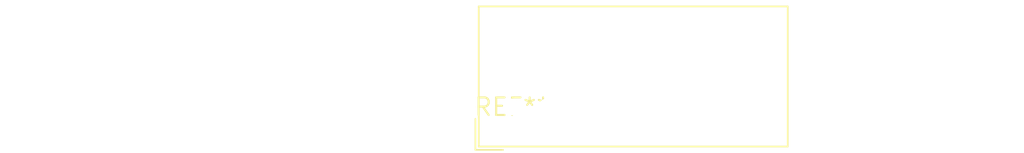
<source format=kicad_pcb>
(kicad_pcb (version 20240108) (generator pcbnew)
  (layers (0 "F.Cu" signal) (31 "B.Cu" signal) (34 "B.Paste" user) (35 "F.Paste" user) (36 "B.SilkS" user "B.Silkscreen") (37 "F.SilkS" user "F.Silkscreen") (38 "B.Mask" user) (39 "F.Mask" user) (44 "Edge.Cuts" user))
  (net 0 "")
  (footprint "TerminalBlock_Phoenix_PTSM-0,5-8-2.5-H-THR_1x08_P2.50mm_Horizontal" (layer "F.Cu") (at 0 0)
    (property "Reference" "REF**")
    (property "Value" "TerminalBlock_Phoenix_PTSM-0,5-8-2.5-H-THR_1x08_P2.50mm_Horizontal")
    (fp_line (start -2.65 0.86) (end -2.65 3.1) (layer "F.SilkS") (stroke (width 0.12)))
    (fp_line (start -2.65 3.1) (end -0.65 3.1) (layer "F.SilkS") (stroke (width 0.12)))
    (fp_line (start -2.41 -7.26) (end -2.41 2.86) (layer "F.SilkS") (stroke (width 0.12)))
    (fp_line (start -2.41 -7.26) (end 19.91 -7.26) (layer "F.SilkS") (stroke (width 0.12)))
    (fp_line (start -2.41 2.86) (end 19.91 2.86) (layer "F.SilkS") (stroke (width 0.12)))
    (fp_line (start 19.91 -7.26) (end 19.91 2.86) (layer "F.SilkS") (stroke (width 0.12)))
    (pad "1" thru_hole rect (at 0 -5) (size 1.8 3) (drill 1.2) (layers *.Cu *.Mask) (remove_unused_layers))
    (pad "1" thru_hole rect (at 0 0) (size 1.8 3) (drill 1.2) (layers *.Cu *.Mask) (remove_unused_layers))
    (pad "2" thru_hole oval (at 2.5 -5) (size 1.8 3) (drill 1.2) (layers *.Cu *.Mask) (remove_unused_layers))
    (pad "2" thru_hole oval (at 2.5 0) (size 1.8 3) (drill 1.2) (layers *.Cu *.Mask) (remove_unused_layers))
    (pad "3" thru_hole oval (at 5 -5) (size 1.8 3) (drill 1.2) (layers *.Cu *.Mask) (remove_unused_layers))
    (pad "3" thru_hole oval (at 5 0) (size 1.8 3) (drill 1.2) (layers *.Cu *.Mask) (remove_unused_layers))
    (pad "4" thru_hole oval (at 7.5 -5) (size 1.8 3) (drill 1.2) (layers *.Cu *.Mask) (remove_unused_layers))
    (pad "4" thru_hole oval (at 7.5 0) (size 1.8 3) (drill 1.2) (layers *.Cu *.Mask) (remove_unused_layers))
    (pad "5" thru_hole oval (at 10 -5) (size 1.8 3) (drill 1.2) (layers *.Cu *.Mask) (remove_unused_layers))
    (pad "5" thru_hole oval (at 10 0) (size 1.8 3) (drill 1.2) (layers *.Cu *.Mask) (remove_unused_layers))
    (pad "6" thru_hole oval (at 12.5 -5) (size 1.8 3) (drill 1.2) (layers *.Cu *.Mask) (remove_unused_layers))
    (pad "6" thru_hole oval (at 12.5 0) (size 1.8 3) (drill 1.2) (layers *.Cu *.Mask) (remove_unused_layers))
    (pad "7" thru_hole oval (at 15 -5) (size 1.8 3) (drill 1.2) (layers *.Cu *.Mask) (remove_unused_layers))
    (pad "7" thru_hole oval (at 15 0) (size 1.8 3) (drill 1.2) (layers *.Cu *.Mask) (remove_unused_layers))
    (pad "8" thru_hole oval (at 17.5 -5) (size 1.8 3) (drill 1.2) (layers *.Cu *.Mask) (remove_unused_layers))
    (pad "8" thru_hole oval (at 17.5 0) (size 1.8 3) (drill 1.2) (layers *.Cu *.Mask) (remove_unused_layers))
  )
)
</source>
